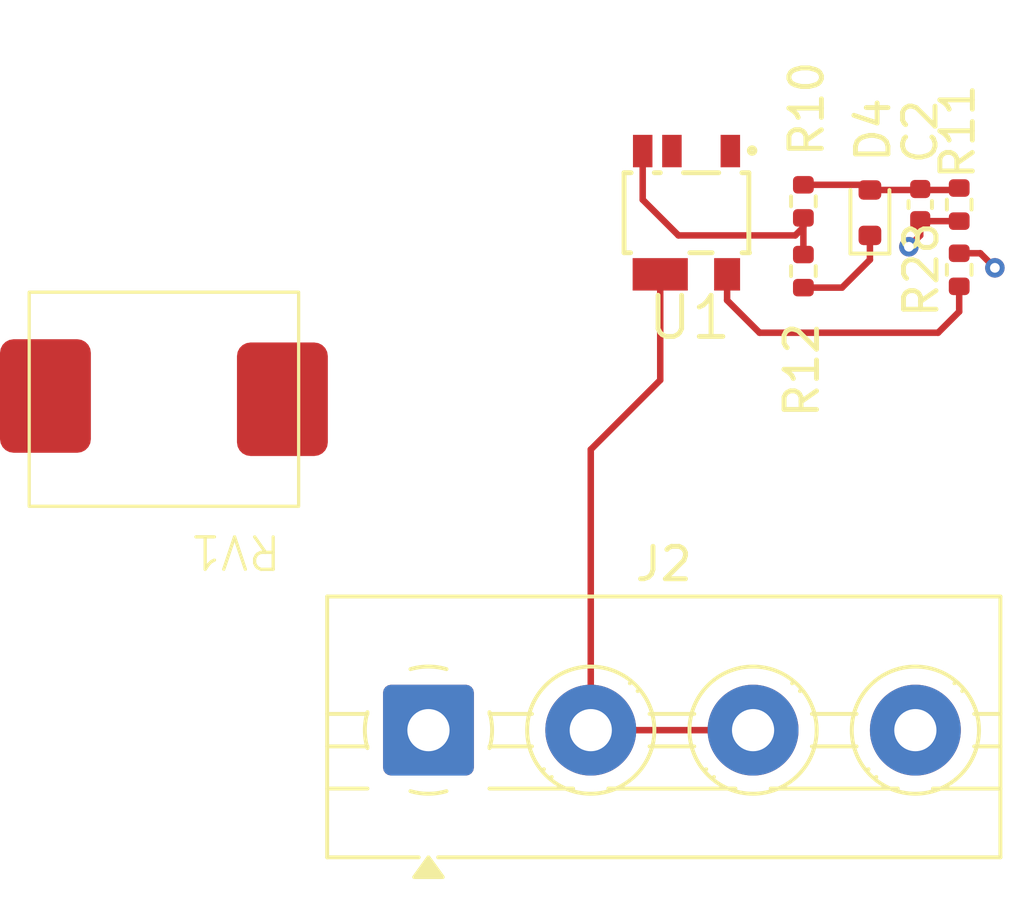
<source format=kicad_pcb>
(kicad_pcb (version 20241229) (generator "pcbnew") (generator_version "9.0")
  (layers (0 "F.Cu" signal) (2 "B.Cu" signal) (13 "F.Paste" user) (15 "B.Paste" user) (5 "F.SilkS" user "F.Silkscreen") (7 "B.SilkS" user "B.Silkscreen") (1 "F.Mask" user) (3 "B.Mask" user) (25 "Edge.Cuts" user))
  (net 0 "")
  (net 1 "Net-(J2-Pin_2)")
  (net 6 "mosfet_gate")
  (net 7 "Net-(D4-A)")
  (net 8 "Net-(D4-K)")
  (net 9 "Net-(U1-GATE)")
  (net 11 "unconnected-(R28-Pad2)")
  (net 12 "Net-(U1-RST)")
  (footprint "Capacitor_SMD:C_0402_1005Metric" (layer "F.Cu") (at 148 82.9 -90)
    (property "Reference" "C2" (at -2.25 0 90) (layer "F.SilkS"))
    (property "Value" "C")
    (fp_line (start -0.107836 0.36) (end 0.107836 0.36) (stroke (width 0.12)) (layer "F.SilkS"))
    (fp_line (start -0.107836 -0.36) (end 0.107836 -0.36) (stroke (width 0.12)) (layer "F.SilkS"))
    (pad "1" smd roundrect (at -0.48 0 270) (size 0.56 0.62) (layers "F.Cu" "F.Mask" "F.Paste") (net 7 "Net-(D4-A)"))
    (pad "2" smd roundrect (at 0.48 0 270) (size 0.56 0.62) (layers "F.Cu" "F.Mask" "F.Paste") (net 6 "mosfet_gate"))
  )
  (footprint "Diode_SMD:D_SOD-523" (layer "F.Cu") (at 146.45 83.15 90)
    (property "Reference" "D4" (at 2.55 0.1 90) (layer "F.SilkS"))
    (property "Value" "T4")
    (fp_line (start 0.7 -0.6) (end -1.26 -0.6) (stroke (width 0.12)) (layer "F.SilkS"))
    (fp_line (start -1.26 -0.6) (end -1.26 0.6) (stroke (width 0.12)) (layer "F.SilkS"))
    (fp_line (start 0.7 0.6) (end -1.26 0.6) (stroke (width 0.12)) (layer "F.SilkS"))
    (pad "1" smd roundrect (at -0.7 0 270) (size 0.6 0.7) (layers "F.Cu" "F.Mask" "F.Paste") (net 8 "Net-(D4-K)"))
    (pad "2" smd roundrect (at 0.7 0 270) (size 0.6 0.7) (layers "F.Cu" "F.Mask" "F.Paste") (net 7 "Net-(D4-A)"))
  )
  (footprint "BP8005:SOT33-5B_L3.9-W2.6-P0.90-LS4.0-BL" (layer "F.Cu") (at 140.8 83.15 180)
    (property "Reference" "U1" (at -0.091 -3.2349 0) (layer "F.SilkS") (effects (font (size 1.27 1.27))))
    (property "Value" "BP8005")
    (fp_line (start 1.9239 1.2322) (end 1.7077 1.2322) (stroke (width 0.15)) (layer "F.SilkS"))
    (fp_line (start 1.9239 -1.2342) (end 1.9239 1.2322) (stroke (width 0.15)) (layer "F.SilkS"))
    (fp_line (start 1.7235 -1.2342) (end 1.9239 -1.2342) (stroke (width 0.15)) (layer "F.SilkS"))
    (fp_line (start 0.9923 1.2322) (end 0.8077 1.2322) (stroke (width 0.15)) (layer "F.SilkS"))
    (fp_line (start 0.0923 1.2322) (end -0.9923 1.2322) (stroke (width 0.15)) (layer "F.SilkS"))
    (fp_line (start -0.7866 -1.2342) (end -0.1035 -1.2342) (stroke (width 0.15)) (layer "F.SilkS"))
    (fp_line (start -1.7077 1.2322) (end -1.9196 1.2322) (stroke (width 0.15)) (layer "F.SilkS"))
    (fp_line (start -1.9196 1.2322) (end -1.9196 -1.2209) (stroke (width 0.15)) (layer "F.SilkS"))
    (fp_line (start -1.9396 -1.2342) (end -1.7135 -1.2342) (stroke (width 0.15)) (layer "F.SilkS"))
    (fp_circle (center -2.0203 1.9152) (end -1.9347 1.9152) (stroke (width 0.15)) (fill no) (layer "F.SilkS"))
    (pad "1" smd rect (at -1.35 1.8999 180) (size 0.6 1) (layers "F.Cu" "F.Mask" "F.Paste"))
    (pad "2" smd rect (at 0.4501 1.8999 180) (size 0.6 1) (layers "F.Cu" "F.Mask" "F.Paste"))
    (pad "3" smd rect (at 1.35 1.8999 180) (size 0.6 1) (layers "F.Cu" "F.Mask" "F.Paste") (net 9 "Net-(U1-GATE)"))
    (pad "4" smd rect (at 0.81 -1.8999 180) (size 1.7 1) (layers "F.Cu" "F.Mask" "F.Paste") (net 1 "Net-(J2-Pin_2)"))
    (pad "5" smd rect (at -1.25 -1.8999 180) (size 0.8 1) (layers "F.Cu" "F.Mask" "F.Paste") (net 12 "Net-(U1-RST)"))
  )
  (footprint "Resistor_SMD:R_0402_1005Metric" (layer "F.Cu") (at 144.4 84.95 -90)
    (property "Reference" "R12" (at 3.05 0.05 270) (layer "F.SilkS"))
    (property "Value" "R")
    (fp_line (start -0.153641 0.38) (end 0.153641 0.38) (stroke (width 0.12)) (layer "F.SilkS"))
    (fp_line (start -0.153641 -0.38) (end 0.153641 -0.38) (stroke (width 0.12)) (layer "F.SilkS"))
    (pad "1" smd roundrect (at -0.51 0 270) (size 0.54 0.64) (layers "F.Cu" "F.Mask" "F.Paste") (net 9 "Net-(U1-GATE)"))
    (pad "2" smd roundrect (at 0.51 0 270) (size 0.54 0.64) (layers "F.Cu" "F.Mask" "F.Paste") (net 8 "Net-(D4-K)"))
  )
  (footprint "Resistor_SMD:R_0402_1005Metric" (layer "F.Cu") (at 149.2 82.9 -90)
    (property "Reference" "R11" (at -2.25 0.05 90) (layer "F.SilkS"))
    (property "Value" "0")
    (fp_line (start -0.153641 0.38) (end 0.153641 0.38) (stroke (width 0.12)) (layer "F.SilkS"))
    (fp_line (start -0.153641 -0.38) (end 0.153641 -0.38) (stroke (width 0.12)) (layer "F.SilkS"))
    (pad "1" smd roundrect (at -0.51 0 270) (size 0.54 0.64) (layers "F.Cu" "F.Mask" "F.Paste") (net 7 "Net-(D4-A)"))
    (pad "2" smd roundrect (at 0.51 0 270) (size 0.54 0.64) (layers "F.Cu" "F.Mask" "F.Paste") (net 6 "mosfet_gate"))
  )
  (footprint "Resistor_SMD:R_0402_1005Metric" (layer "F.Cu") (at 144.4 82.8 -90)
    (property "Reference" "R10" (at -2.85 -0.1 270) (layer "F.SilkS"))
    (property "Value" "0")
    (fp_line (start -0.153641 0.38) (end 0.153641 0.38) (stroke (width 0.12)) (layer "F.SilkS"))
    (fp_line (start -0.153641 -0.38) (end 0.153641 -0.38) (stroke (width 0.12)) (layer "F.SilkS"))
    (pad "1" smd roundrect (at -0.51 0 270) (size 0.54 0.64) (layers "F.Cu" "F.Mask" "F.Paste") (net 7 "Net-(D4-A)"))
    (pad "2" smd roundrect (at 0.51 0 270) (size 0.54 0.64) (layers "F.Cu" "F.Mask" "F.Paste") (net 9 "Net-(U1-GATE)"))
  )
  (footprint "3225-471H:Untitled" (layer "F.Cu") (at 124.7 88.9 180)
    (property "Reference" "RV1" (at -2.2 -4.7 180) (layer "F.SilkS") (effects (font (thickness 0.1))))
    (property "Value" "R_Variable")
    (fp_rect (start -4.15 -3.3) (end 4.15 3.3) (stroke (width 0.1)) (fill no) (layer "F.SilkS"))
    (pad "1" smd roundrect (at 3.65 0.1 180) (size 2.8 3.5) (layers "F.Cu" "F.Mask" "F.Paste") (roundrect_rratio 0.15))
    (pad "2" smd roundrect (at -3.65 0 180) (size 2.8 3.5) (layers "F.Cu" "F.Mask" "F.Paste") (roundrect_rratio 0.15) (net 1 "Net-(J2-Pin_2)"))
  )
  (footprint "TerminalBlock:TerminalBlock_MaiXu_MX126-5.0-04P_1x04_P5.00mm" (layer "F.Cu") (at 132.85 99.1)
    (property "Reference" "J2" (at 7.25 -5.12 0) (layer "F.SilkS"))
    (property "Value" "Screw_Terminal_01x04")
    (fp_line (start -3.12 -4.12) (end -3.12 3.92) (stroke (width 0.12)) (layer "F.SilkS"))
    (fp_line (start -3.12 -4.12) (end 17.62 -4.12) (stroke (width 0.12)) (layer "F.SilkS"))
    (fp_line (start -3.12 -0.5) (end -1.88 -0.5) (stroke (width 0.12)) (layer "F.SilkS"))
    (fp_line (start -3.12 0.5) (end -1.88 0.5) (stroke (width 0.12)) (layer "F.SilkS"))
    (fp_line (start -3.12 1.8) (end -1.88 1.8) (stroke (width 0.12)) (layer "F.SilkS"))
    (fp_line (start -3.12 3.92) (end -0.3 3.92) (stroke (width 0.12)) (layer "F.SilkS"))
    (fp_line (start 0.3 3.92) (end 17.62 3.92) (stroke (width 0.12)) (layer "F.SilkS"))
    (fp_line (start 1.88 -0.5) (end 3.188 -0.5) (stroke (width 0.12)) (layer "F.SilkS"))
    (fp_line (start 1.88 0.5) (end 3.188 0.5) (stroke (width 0.12)) (layer "F.SilkS"))
    (fp_line (start 1.88 1.8) (end 4.457 1.8) (stroke (width 0.12)) (layer "F.SilkS"))
    (fp_line (start 3.556 1.204) (end 3.513 1.247) (stroke (width 0.12)) (layer "F.SilkS"))
    (fp_line (start 3.795 1.443) (end 3.752 1.486) (stroke (width 0.12)) (layer "F.SilkS"))
    (fp_line (start 5.543 1.8) (end 9.457 1.8) (stroke (width 0.12)) (layer "F.SilkS"))
    (fp_line (start 6.247 -1.486) (end 6.204 -1.443) (stroke (width 0.12)) (layer "F.SilkS"))
    (fp_line (start 6.487 -1.247) (end 6.444 -1.204) (stroke (width 0.12)) (layer "F.SilkS"))
    (fp_line (start 6.812 -0.5) (end 8.188 -0.5) (stroke (width 0.12)) (layer "F.SilkS"))
    (fp_line (start 6.812 0.5) (end 8.188 0.5) (stroke (width 0.12)) (layer "F.SilkS"))
    (fp_line (start 8.556 1.204) (end 8.513 1.247) (stroke (width 0.12)) (layer "F.SilkS"))
    (fp_line (start 8.795 1.443) (end 8.752 1.486) (stroke (width 0.12)) (layer "F.SilkS"))
    (fp_line (start 10.543 1.8) (end 14.457 1.8) (stroke (width 0.12)) (layer "F.SilkS"))
    (fp_line (start 11.247 -1.486) (end 11.204 -1.443) (stroke (width 0.12)) (layer "F.SilkS"))
    (fp_line (start 11.487 -1.247) (end 11.444 -1.204) (stroke (width 0.12)) (layer "F.SilkS"))
    (fp_line (start 11.812 -0.5) (end 13.188 -0.5) (stroke (width 0.12)) (layer "F.SilkS"))
    (fp_line (start 11.812 0.5) (end 13.188 0.5) (stroke (width 0.12)) (layer "F.SilkS"))
    (fp_line (start 13.556 1.204) (end 13.513 1.247) (stroke (width 0.12)) (layer "F.SilkS"))
    (fp_line (start 13.795 1.443) (end 13.752 1.486) (stroke (width 0.12)) (layer "F.SilkS"))
    (fp_line (start 15.543 1.8) (end 17.62 1.8) (stroke (width 0.12)) (layer "F.SilkS"))
    (fp_line (start 16.247 -1.486) (end 16.204 -1.443) (stroke (width 0.12)) (layer "F.SilkS"))
    (fp_line (start 16.487 -1.247) (end 16.444 -1.204) (stroke (width 0.12)) (layer "F.SilkS"))
    (fp_line (start 16.812 -0.5) (end 17.62 -0.5) (stroke (width 0.12)) (layer "F.SilkS"))
    (fp_line (start 16.812 0.5) (end 17.62 0.5) (stroke (width 0.12)) (layer "F.SilkS"))
    (fp_line (start 17.62 -4.12) (end 17.62 3.92) (stroke (width 0.12)) (layer "F.SilkS"))
    (fp_arc (start -1.88 0.554) (mid -1.959928 -0.000246) (end -1.879861 -0.554472) (stroke (width 0.12)) (layer "F.SilkS"))
    (fp_arc (start -0.554 -1.88) (mid 0.000246 -1.959928) (end 0.554472 -1.879861) (stroke (width 0.12)) (layer "F.SilkS"))
    (fp_arc (start 0.554 1.88) (mid -0.000246 1.959928) (end -0.554472 1.879861) (stroke (width 0.12)) (layer "F.SilkS"))
    (fp_arc (start 1.88 -0.554) (mid 1.959928 0.000246) (end 1.879861 0.554472) (stroke (width 0.12)) (layer "F.SilkS"))
    (fp_circle (center 5 0) (end 6.96 0) (stroke (width 0.12)) (fill no) (layer "F.SilkS"))
    (fp_circle (center 10 0) (end 11.96 0) (stroke (width 0.12)) (fill no) (layer "F.SilkS"))
    (fp_circle (center 15 0) (end 16.96 0) (stroke (width 0.12)) (fill no) (layer "F.SilkS"))
    (fp_poly (pts (xy 0 3.92) (xy 0.44 4.53) (xy -0.44 4.53) (xy 0 3.92)) (stroke (width 0.12)) (fill yes) (layer "F.SilkS"))
    (pad "1" thru_hole roundrect (at 0 0) (size 2.8 2.8) (drill 1.3) (layers "*.Cu" "*.Mask") (roundrect_rratio 0.089286))
    (pad "2" thru_hole circle (at 5 0) (size 2.8 2.8) (drill 1.3) (layers "*.Cu" "*.Mask") (net 1 "Net-(J2-Pin_2)"))
    (pad "3" thru_hole circle (at 10 0) (size 2.8 2.8) (drill 1.3) (layers "*.Cu" "*.Mask") (net 1 "Net-(J2-Pin_2)"))
    (pad "4" thru_hole circle (at 15 0) (size 2.8 2.8) (drill 1.3) (layers "*.Cu" "*.Mask"))
  )
  (footprint "Resistor_SMD:R_0402_1005Metric" (layer "F.Cu") (at 149.2 84.91 90)
    (property "Reference" "R28" (at 0 -1.17 90) (layer "F.SilkS"))
    (property "Value" "R11")
    (fp_line (start -0.153641 -0.38) (end 0.153641 -0.38) (stroke (width 0.12)) (layer "F.SilkS"))
    (fp_line (start -0.153641 0.38) (end 0.153641 0.38) (stroke (width 0.12)) (layer "F.SilkS"))
    (pad "1" smd roundrect (at -0.51 0 90) (size 0.54 0.64) (layers "F.Cu" "F.Mask" "F.Paste") (net 12 "Net-(U1-RST)"))
    (pad "2" smd roundrect (at 0.51 0 90) (size 0.54 0.64) (layers "F.Cu" "F.Mask" "F.Paste") (net 11 "unconnected-(R28-Pad2)"))
  )
  (segment (start 142.85 99.1) (end 137.85 99.1) (width 0.2) (layer "F.Cu") (net 1))
  (segment (start 139.99 88.31) (end 139.99 85.0499) (width 0.2) (layer "F.Cu") (net 1))
  (segment (start 137.85 90.45) (end 139.99 88.31) (width 0.2) (layer "F.Cu") (net 1))
  (segment (start 137.85 99.1) (end 137.85 90.45) (width 0.2) (layer "F.Cu") (net 1))
  (segment (start 148 83.85) (end 147.65 84.2) (width 0.2) (layer "F.Cu") (net 6))
  (segment (start 148 83.38) (end 148 83.85) (width 0.2) (layer "F.Cu") (net 6))
  (segment (start 149.2 83.41) (end 148.03 83.41) (width 0.2) (layer "F.Cu") (net 6))
  (segment (start 148.03 83.41) (end 148 83.38) (width 0.2) (layer "F.Cu") (net 6))
  (via (at 147.65 84.2) (size 0.6) (drill 0.3) (layers "F.Cu" "B.Cu") (net 6))
  (segment (start 149.14 82.45) (end 149.2 82.39) (width 0.2) (layer "F.Cu") (net 7))
  (segment (start 146.29 82.29) (end 146.45 82.45) (width 0.2) (layer "F.Cu") (net 7))
  (segment (start 146.45 82.45) (end 149.14 82.45) (width 0.2) (layer "F.Cu") (net 7))
  (segment (start 144.4 82.29) (end 146.29 82.29) (width 0.2) (layer "F.Cu") (net 7))
  (segment (start 145.59 85.46) (end 146.45 84.6) (width 0.2) (layer "F.Cu") (net 8))
  (segment (start 146.45 84.6) (end 146.45 83.85) (width 0.2) (layer "F.Cu") (net 8))
  (segment (start 144.4 85.46) (end 145.59 85.46) (width 0.2) (layer "F.Cu") (net 8))
  (segment (start 144.15 83.85) (end 144.4 83.6) (width 0.2) (layer "F.Cu") (net 9))
  (segment (start 140.55 83.85) (end 144.15 83.85) (width 0.2) (layer "F.Cu") (net 9))
  (segment (start 144.4 84.44) (end 144.4 83.31) (width 0.2) (layer "F.Cu") (net 9))
  (segment (start 139.45 82.75) (end 140.55 83.85) (width 0.2) (layer "F.Cu") (net 9))
  (segment (start 139.45 81.2501) (end 139.45 82.75) (width 0.2) (layer "F.Cu") (net 9))
  (segment (start 144.4 83.6) (end 144.4 83.31) (width 0.2) (layer "F.Cu") (net 9))
  (segment (start 149.85 84.4) (end 150.3 84.85) (width 0.2) (layer "F.Cu") (net 11))
  (segment (start 149.2 84.4) (end 149.85 84.4) (width 0.2) (layer "F.Cu") (net 11))
  (via (at 150.3 84.85) (size 0.6) (drill 0.3) (layers "F.Cu" "B.Cu") (net 11))
  (segment (start 143.05 86.85) (end 148.55 86.85) (width 0.2) (layer "F.Cu") (net 12))
  (segment (start 142.05 85.85) (end 143.05 86.85) (width 0.2) (layer "F.Cu") (net 12))
  (segment (start 148.55 86.85) (end 149.2 86.2) (width 0.2) (layer "F.Cu") (net 12))
  (segment (start 149.2 86.2) (end 149.2 85.42) (width 0.2) (layer "F.Cu") (net 12))
  (segment (start 142.05 85.0499) (end 142.05 85.85) (width 0.2) (layer "F.Cu") (net 12))
)
</source>
